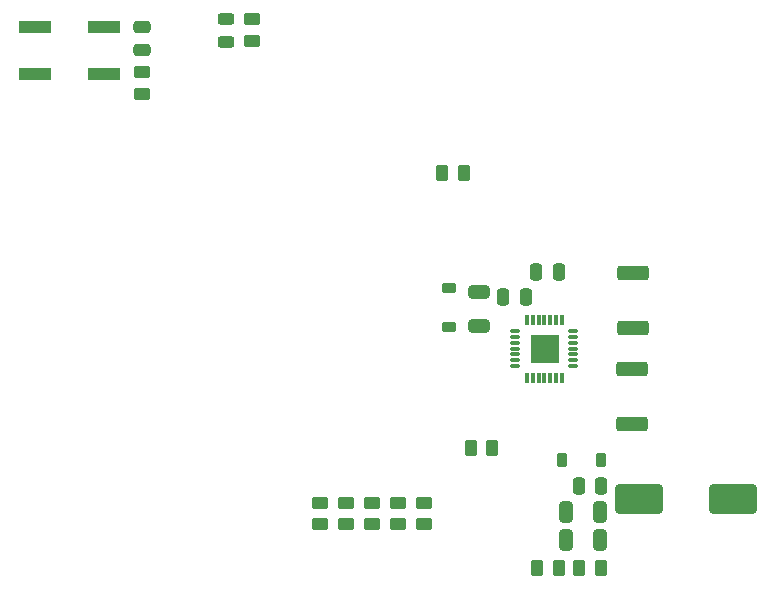
<source format=gbr>
%TF.GenerationSoftware,KiCad,Pcbnew,(7.0.0-0)*%
%TF.CreationDate,2023-03-13T16:32:43+01:00*%
%TF.ProjectId,tmc2209_devboard,746d6332-3230-4395-9f64-6576626f6172,rev?*%
%TF.SameCoordinates,Original*%
%TF.FileFunction,Paste,Top*%
%TF.FilePolarity,Positive*%
%FSLAX46Y46*%
G04 Gerber Fmt 4.6, Leading zero omitted, Abs format (unit mm)*
G04 Created by KiCad (PCBNEW (7.0.0-0)) date 2023-03-13 16:32:43*
%MOMM*%
%LPD*%
G01*
G04 APERTURE LIST*
G04 Aperture macros list*
%AMRoundRect*
0 Rectangle with rounded corners*
0 $1 Rounding radius*
0 $2 $3 $4 $5 $6 $7 $8 $9 X,Y pos of 4 corners*
0 Add a 4 corners polygon primitive as box body*
4,1,4,$2,$3,$4,$5,$6,$7,$8,$9,$2,$3,0*
0 Add four circle primitives for the rounded corners*
1,1,$1+$1,$2,$3*
1,1,$1+$1,$4,$5*
1,1,$1+$1,$6,$7*
1,1,$1+$1,$8,$9*
0 Add four rect primitives between the rounded corners*
20,1,$1+$1,$2,$3,$4,$5,0*
20,1,$1+$1,$4,$5,$6,$7,0*
20,1,$1+$1,$6,$7,$8,$9,0*
20,1,$1+$1,$8,$9,$2,$3,0*%
G04 Aperture macros list end*
%ADD10C,0.010000*%
%ADD11RoundRect,0.250000X0.450000X-0.262500X0.450000X0.262500X-0.450000X0.262500X-0.450000X-0.262500X0*%
%ADD12RoundRect,0.250000X-0.250000X-0.475000X0.250000X-0.475000X0.250000X0.475000X-0.250000X0.475000X0*%
%ADD13RoundRect,0.250000X0.262500X0.450000X-0.262500X0.450000X-0.262500X-0.450000X0.262500X-0.450000X0*%
%ADD14R,2.800000X1.000000*%
%ADD15RoundRect,0.250000X-1.750000X-1.000000X1.750000X-1.000000X1.750000X1.000000X-1.750000X1.000000X0*%
%ADD16RoundRect,0.225000X0.225000X0.375000X-0.225000X0.375000X-0.225000X-0.375000X0.225000X-0.375000X0*%
%ADD17RoundRect,0.250000X0.475000X-0.250000X0.475000X0.250000X-0.475000X0.250000X-0.475000X-0.250000X0*%
%ADD18RoundRect,0.250000X0.650000X-0.325000X0.650000X0.325000X-0.650000X0.325000X-0.650000X-0.325000X0*%
%ADD19RoundRect,0.250000X-0.262500X-0.450000X0.262500X-0.450000X0.262500X0.450000X-0.262500X0.450000X0*%
%ADD20RoundRect,0.250000X0.325000X0.650000X-0.325000X0.650000X-0.325000X-0.650000X0.325000X-0.650000X0*%
%ADD21RoundRect,0.250000X-1.075000X0.362500X-1.075000X-0.362500X1.075000X-0.362500X1.075000X0.362500X0*%
%ADD22RoundRect,0.008100X-0.126900X0.396900X-0.126900X-0.396900X0.126900X-0.396900X0.126900X0.396900X0*%
%ADD23RoundRect,0.027000X-0.378000X0.108000X-0.378000X-0.108000X0.378000X-0.108000X0.378000X0.108000X0*%
%ADD24RoundRect,0.250000X0.250000X0.475000X-0.250000X0.475000X-0.250000X-0.475000X0.250000X-0.475000X0*%
%ADD25RoundRect,0.243750X0.456250X-0.243750X0.456250X0.243750X-0.456250X0.243750X-0.456250X-0.243750X0*%
%ADD26RoundRect,0.225000X0.375000X-0.225000X0.375000X0.225000X-0.375000X0.225000X-0.375000X-0.225000X0*%
%ADD27RoundRect,0.250000X1.075000X-0.362500X1.075000X0.362500X-1.075000X0.362500X-1.075000X-0.362500X0*%
G04 APERTURE END LIST*
%TO.C,U1*%
G36*
X89502500Y-52920000D02*
G01*
X87162500Y-52920000D01*
X87162500Y-50580000D01*
X89502500Y-50580000D01*
X89502500Y-52920000D01*
G37*
D10*
X89502500Y-52920000D02*
X87162500Y-52920000D01*
X87162500Y-50580000D01*
X89502500Y-50580000D01*
X89502500Y-52920000D01*
%TD*%
D11*
%TO.C,R4*%
X63600000Y-25712500D03*
X63600000Y-23887500D03*
%TD*%
D12*
%TO.C,C1*%
X91250000Y-63400000D03*
X93150000Y-63400000D03*
%TD*%
D11*
%TO.C,R5*%
X69300000Y-66625000D03*
X69300000Y-64800000D03*
%TD*%
D13*
%TO.C,R1*%
X93125000Y-70300000D03*
X91300000Y-70300000D03*
%TD*%
D14*
%TO.C,SW1*%
X45199999Y-24499999D03*
X50999999Y-24499999D03*
X45199999Y-28499999D03*
X50999999Y-28499999D03*
%TD*%
D15*
%TO.C,C4*%
X96300000Y-64500000D03*
X104300000Y-64500000D03*
%TD*%
D11*
%TO.C,R9*%
X78100000Y-66625000D03*
X78100000Y-64800000D03*
%TD*%
D16*
%TO.C,D1*%
X93150000Y-61200000D03*
X89850000Y-61200000D03*
%TD*%
D13*
%TO.C,R13*%
X83912500Y-60200000D03*
X82087500Y-60200000D03*
%TD*%
D11*
%TO.C,R3*%
X54250000Y-30162500D03*
X54250000Y-28337500D03*
%TD*%
D17*
%TO.C,C5*%
X54250000Y-26450000D03*
X54250000Y-24550000D03*
%TD*%
D18*
%TO.C,C8*%
X82782500Y-49875000D03*
X82782500Y-46925000D03*
%TD*%
D19*
%TO.C,R10*%
X79687500Y-36900000D03*
X81512500Y-36900000D03*
%TD*%
D20*
%TO.C,C3*%
X93075000Y-68000000D03*
X90125000Y-68000000D03*
%TD*%
D21*
%TO.C,R12*%
X95800000Y-45375000D03*
X95800000Y-50000000D03*
%TD*%
D11*
%TO.C,R7*%
X73700000Y-66625000D03*
X73700000Y-64800000D03*
%TD*%
%TO.C,R6*%
X71500000Y-66625000D03*
X71500000Y-64800000D03*
%TD*%
D12*
%TO.C,C6*%
X87632500Y-45250000D03*
X89532500Y-45250000D03*
%TD*%
D22*
%TO.C,U1*%
X89832500Y-49300000D03*
X89332500Y-49300000D03*
X88832500Y-49300000D03*
X88332500Y-49300000D03*
X87832500Y-49300000D03*
X87332500Y-49300000D03*
X86832500Y-49300000D03*
D23*
X85882500Y-50250000D03*
X85882500Y-50750000D03*
X85882500Y-51250000D03*
X85882500Y-51750000D03*
X85882500Y-52250000D03*
X85882500Y-52750000D03*
X85882500Y-53250000D03*
D22*
X86832500Y-54200000D03*
X87332500Y-54200000D03*
X87832500Y-54200000D03*
X88332500Y-54200000D03*
X88832500Y-54200000D03*
X89332500Y-54200000D03*
X89832500Y-54200000D03*
D23*
X90782500Y-53250000D03*
X90782500Y-52750000D03*
X90782500Y-52250000D03*
X90782500Y-51750000D03*
X90782500Y-51250000D03*
X90782500Y-50750000D03*
X90782500Y-50250000D03*
%TD*%
D20*
%TO.C,C2*%
X93075000Y-65600000D03*
X90125000Y-65600000D03*
%TD*%
D24*
%TO.C,C7*%
X86750000Y-47400000D03*
X84850000Y-47400000D03*
%TD*%
D25*
%TO.C,D2*%
X61350000Y-25762500D03*
X61350000Y-23887500D03*
%TD*%
D11*
%TO.C,R8*%
X75900000Y-66625000D03*
X75900000Y-64800000D03*
%TD*%
D26*
%TO.C,D3*%
X80282500Y-49900000D03*
X80282500Y-46600000D03*
%TD*%
D13*
%TO.C,R2*%
X89550000Y-70300000D03*
X87725000Y-70300000D03*
%TD*%
D27*
%TO.C,R11*%
X95782500Y-58112500D03*
X95782500Y-53487500D03*
%TD*%
M02*

</source>
